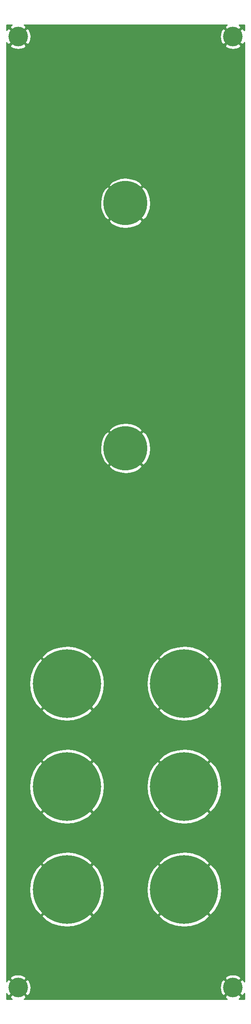
<source format=gbr>
G04 #@! TF.GenerationSoftware,KiCad,Pcbnew,5.1.5-52549c5~84~ubuntu18.04.1*
G04 #@! TF.CreationDate,2020-07-05T07:11:37-04:00*
G04 #@! TF.ProjectId,subosc_panel,7375626f-7363-45f7-9061-6e656c2e6b69,rev?*
G04 #@! TF.SameCoordinates,Original*
G04 #@! TF.FileFunction,Copper,L2,Bot*
G04 #@! TF.FilePolarity,Positive*
%FSLAX46Y46*%
G04 Gerber Fmt 4.6, Leading zero omitted, Abs format (unit mm)*
G04 Created by KiCad (PCBNEW 5.1.5-52549c5~84~ubuntu18.04.1) date 2020-07-05 07:11:37*
%MOMM*%
%LPD*%
G04 APERTURE LIST*
%ADD10C,14.000000*%
%ADD11C,9.000000*%
%ADD12C,4.000000*%
%ADD13C,0.254000*%
G04 APERTURE END LIST*
D10*
X152000000Y-190000000D03*
X128000000Y-190000000D03*
X128000000Y-169000000D03*
X152000000Y-169000000D03*
X152000000Y-148000000D03*
X128000000Y-148000000D03*
D11*
X140000000Y-100000000D03*
X140000000Y-50000000D03*
D12*
X118000000Y-210000000D03*
X162000000Y-210000000D03*
X162000000Y-16000000D03*
X118000000Y-16000000D03*
D13*
G36*
X116548228Y-13785742D02*
G01*
X116332106Y-14152501D01*
X118000000Y-15820395D01*
X119667894Y-14152501D01*
X119451772Y-13785742D01*
X119211512Y-13660000D01*
X160783476Y-13660000D01*
X160548228Y-13785742D01*
X160332106Y-14152501D01*
X162000000Y-15820395D01*
X163667894Y-14152501D01*
X163451772Y-13785742D01*
X163211512Y-13660000D01*
X164340000Y-13660000D01*
X164340000Y-14783476D01*
X164214258Y-14548228D01*
X163847499Y-14332106D01*
X162179605Y-16000000D01*
X163847499Y-17667894D01*
X164214258Y-17451772D01*
X164340000Y-17211512D01*
X164340001Y-208783478D01*
X164214258Y-208548228D01*
X163847499Y-208332106D01*
X162179605Y-210000000D01*
X163847499Y-211667894D01*
X164214258Y-211451772D01*
X164340001Y-211211510D01*
X164340001Y-212340000D01*
X163216524Y-212340000D01*
X163451772Y-212214258D01*
X163667894Y-211847499D01*
X162000000Y-210179605D01*
X160332106Y-211847499D01*
X160548228Y-212214258D01*
X160788488Y-212340000D01*
X119216524Y-212340000D01*
X119451772Y-212214258D01*
X119667894Y-211847499D01*
X118000000Y-210179605D01*
X116332106Y-211847499D01*
X116548228Y-212214258D01*
X116788488Y-212340000D01*
X115660000Y-212340000D01*
X115660000Y-211216524D01*
X115785742Y-211451772D01*
X116152501Y-211667894D01*
X117820395Y-210000000D01*
X118179605Y-210000000D01*
X119847499Y-211667894D01*
X120214258Y-211451772D01*
X120454938Y-210991895D01*
X120601275Y-210493902D01*
X120643509Y-210023071D01*
X159352352Y-210023071D01*
X159407727Y-210539159D01*
X159562721Y-211034526D01*
X159785742Y-211451772D01*
X160152501Y-211667894D01*
X161820395Y-210000000D01*
X160152501Y-208332106D01*
X159785742Y-208548228D01*
X159545062Y-209008105D01*
X159398725Y-209506098D01*
X159352352Y-210023071D01*
X120643509Y-210023071D01*
X120647648Y-209976929D01*
X120592273Y-209460841D01*
X120437279Y-208965474D01*
X120214258Y-208548228D01*
X119847499Y-208332106D01*
X118179605Y-210000000D01*
X117820395Y-210000000D01*
X116152501Y-208332106D01*
X115785742Y-208548228D01*
X115660000Y-208788488D01*
X115660000Y-208152501D01*
X116332106Y-208152501D01*
X118000000Y-209820395D01*
X119667894Y-208152501D01*
X160332106Y-208152501D01*
X162000000Y-209820395D01*
X163667894Y-208152501D01*
X163451772Y-207785742D01*
X162991895Y-207545062D01*
X162493902Y-207398725D01*
X161976929Y-207352352D01*
X161460841Y-207407727D01*
X160965474Y-207562721D01*
X160548228Y-207785742D01*
X160332106Y-208152501D01*
X119667894Y-208152501D01*
X119451772Y-207785742D01*
X118991895Y-207545062D01*
X118493902Y-207398725D01*
X117976929Y-207352352D01*
X117460841Y-207407727D01*
X116965474Y-207562721D01*
X116548228Y-207785742D01*
X116332106Y-208152501D01*
X115660000Y-208152501D01*
X115660000Y-195401674D01*
X122777932Y-195401674D01*
X123593908Y-196280530D01*
X124903840Y-197019437D01*
X126332756Y-197488591D01*
X127825743Y-197669963D01*
X129325428Y-197556583D01*
X130774176Y-197152807D01*
X132116314Y-196474153D01*
X132406092Y-196280530D01*
X133222068Y-195401674D01*
X146777932Y-195401674D01*
X147593908Y-196280530D01*
X148903840Y-197019437D01*
X150332756Y-197488591D01*
X151825743Y-197669963D01*
X153325428Y-197556583D01*
X154774176Y-197152807D01*
X156116314Y-196474153D01*
X156406092Y-196280530D01*
X157222068Y-195401674D01*
X152000000Y-190179605D01*
X146777932Y-195401674D01*
X133222068Y-195401674D01*
X128000000Y-190179605D01*
X122777932Y-195401674D01*
X115660000Y-195401674D01*
X115660000Y-189825743D01*
X120330037Y-189825743D01*
X120443417Y-191325428D01*
X120847193Y-192774176D01*
X121525847Y-194116314D01*
X121719470Y-194406092D01*
X122598326Y-195222068D01*
X127820395Y-190000000D01*
X128179605Y-190000000D01*
X133401674Y-195222068D01*
X134280530Y-194406092D01*
X135019437Y-193096160D01*
X135488591Y-191667244D01*
X135669963Y-190174257D01*
X135643615Y-189825743D01*
X144330037Y-189825743D01*
X144443417Y-191325428D01*
X144847193Y-192774176D01*
X145525847Y-194116314D01*
X145719470Y-194406092D01*
X146598326Y-195222068D01*
X151820395Y-190000000D01*
X152179605Y-190000000D01*
X157401674Y-195222068D01*
X158280530Y-194406092D01*
X159019437Y-193096160D01*
X159488591Y-191667244D01*
X159669963Y-190174257D01*
X159556583Y-188674572D01*
X159152807Y-187225824D01*
X158474153Y-185883686D01*
X158280530Y-185593908D01*
X157401674Y-184777932D01*
X152179605Y-190000000D01*
X151820395Y-190000000D01*
X146598326Y-184777932D01*
X145719470Y-185593908D01*
X144980563Y-186903840D01*
X144511409Y-188332756D01*
X144330037Y-189825743D01*
X135643615Y-189825743D01*
X135556583Y-188674572D01*
X135152807Y-187225824D01*
X134474153Y-185883686D01*
X134280530Y-185593908D01*
X133401674Y-184777932D01*
X128179605Y-190000000D01*
X127820395Y-190000000D01*
X122598326Y-184777932D01*
X121719470Y-185593908D01*
X120980563Y-186903840D01*
X120511409Y-188332756D01*
X120330037Y-189825743D01*
X115660000Y-189825743D01*
X115660000Y-184598326D01*
X122777932Y-184598326D01*
X128000000Y-189820395D01*
X133222068Y-184598326D01*
X146777932Y-184598326D01*
X152000000Y-189820395D01*
X157222068Y-184598326D01*
X156406092Y-183719470D01*
X155096160Y-182980563D01*
X153667244Y-182511409D01*
X152174257Y-182330037D01*
X150674572Y-182443417D01*
X149225824Y-182847193D01*
X147883686Y-183525847D01*
X147593908Y-183719470D01*
X146777932Y-184598326D01*
X133222068Y-184598326D01*
X132406092Y-183719470D01*
X131096160Y-182980563D01*
X129667244Y-182511409D01*
X128174257Y-182330037D01*
X126674572Y-182443417D01*
X125225824Y-182847193D01*
X123883686Y-183525847D01*
X123593908Y-183719470D01*
X122777932Y-184598326D01*
X115660000Y-184598326D01*
X115660000Y-174401674D01*
X122777932Y-174401674D01*
X123593908Y-175280530D01*
X124903840Y-176019437D01*
X126332756Y-176488591D01*
X127825743Y-176669963D01*
X129325428Y-176556583D01*
X130774176Y-176152807D01*
X132116314Y-175474153D01*
X132406092Y-175280530D01*
X133222068Y-174401674D01*
X146777932Y-174401674D01*
X147593908Y-175280530D01*
X148903840Y-176019437D01*
X150332756Y-176488591D01*
X151825743Y-176669963D01*
X153325428Y-176556583D01*
X154774176Y-176152807D01*
X156116314Y-175474153D01*
X156406092Y-175280530D01*
X157222068Y-174401674D01*
X152000000Y-169179605D01*
X146777932Y-174401674D01*
X133222068Y-174401674D01*
X128000000Y-169179605D01*
X122777932Y-174401674D01*
X115660000Y-174401674D01*
X115660000Y-168825743D01*
X120330037Y-168825743D01*
X120443417Y-170325428D01*
X120847193Y-171774176D01*
X121525847Y-173116314D01*
X121719470Y-173406092D01*
X122598326Y-174222068D01*
X127820395Y-169000000D01*
X128179605Y-169000000D01*
X133401674Y-174222068D01*
X134280530Y-173406092D01*
X135019437Y-172096160D01*
X135488591Y-170667244D01*
X135669963Y-169174257D01*
X135643615Y-168825743D01*
X144330037Y-168825743D01*
X144443417Y-170325428D01*
X144847193Y-171774176D01*
X145525847Y-173116314D01*
X145719470Y-173406092D01*
X146598326Y-174222068D01*
X151820395Y-169000000D01*
X152179605Y-169000000D01*
X157401674Y-174222068D01*
X158280530Y-173406092D01*
X159019437Y-172096160D01*
X159488591Y-170667244D01*
X159669963Y-169174257D01*
X159556583Y-167674572D01*
X159152807Y-166225824D01*
X158474153Y-164883686D01*
X158280530Y-164593908D01*
X157401674Y-163777932D01*
X152179605Y-169000000D01*
X151820395Y-169000000D01*
X146598326Y-163777932D01*
X145719470Y-164593908D01*
X144980563Y-165903840D01*
X144511409Y-167332756D01*
X144330037Y-168825743D01*
X135643615Y-168825743D01*
X135556583Y-167674572D01*
X135152807Y-166225824D01*
X134474153Y-164883686D01*
X134280530Y-164593908D01*
X133401674Y-163777932D01*
X128179605Y-169000000D01*
X127820395Y-169000000D01*
X122598326Y-163777932D01*
X121719470Y-164593908D01*
X120980563Y-165903840D01*
X120511409Y-167332756D01*
X120330037Y-168825743D01*
X115660000Y-168825743D01*
X115660000Y-163598326D01*
X122777932Y-163598326D01*
X128000000Y-168820395D01*
X133222068Y-163598326D01*
X146777932Y-163598326D01*
X152000000Y-168820395D01*
X157222068Y-163598326D01*
X156406092Y-162719470D01*
X155096160Y-161980563D01*
X153667244Y-161511409D01*
X152174257Y-161330037D01*
X150674572Y-161443417D01*
X149225824Y-161847193D01*
X147883686Y-162525847D01*
X147593908Y-162719470D01*
X146777932Y-163598326D01*
X133222068Y-163598326D01*
X132406092Y-162719470D01*
X131096160Y-161980563D01*
X129667244Y-161511409D01*
X128174257Y-161330037D01*
X126674572Y-161443417D01*
X125225824Y-161847193D01*
X123883686Y-162525847D01*
X123593908Y-162719470D01*
X122777932Y-163598326D01*
X115660000Y-163598326D01*
X115660000Y-153401674D01*
X122777932Y-153401674D01*
X123593908Y-154280530D01*
X124903840Y-155019437D01*
X126332756Y-155488591D01*
X127825743Y-155669963D01*
X129325428Y-155556583D01*
X130774176Y-155152807D01*
X132116314Y-154474153D01*
X132406092Y-154280530D01*
X133222068Y-153401674D01*
X146777932Y-153401674D01*
X147593908Y-154280530D01*
X148903840Y-155019437D01*
X150332756Y-155488591D01*
X151825743Y-155669963D01*
X153325428Y-155556583D01*
X154774176Y-155152807D01*
X156116314Y-154474153D01*
X156406092Y-154280530D01*
X157222068Y-153401674D01*
X152000000Y-148179605D01*
X146777932Y-153401674D01*
X133222068Y-153401674D01*
X128000000Y-148179605D01*
X122777932Y-153401674D01*
X115660000Y-153401674D01*
X115660000Y-147825743D01*
X120330037Y-147825743D01*
X120443417Y-149325428D01*
X120847193Y-150774176D01*
X121525847Y-152116314D01*
X121719470Y-152406092D01*
X122598326Y-153222068D01*
X127820395Y-148000000D01*
X128179605Y-148000000D01*
X133401674Y-153222068D01*
X134280530Y-152406092D01*
X135019437Y-151096160D01*
X135488591Y-149667244D01*
X135669963Y-148174257D01*
X135643615Y-147825743D01*
X144330037Y-147825743D01*
X144443417Y-149325428D01*
X144847193Y-150774176D01*
X145525847Y-152116314D01*
X145719470Y-152406092D01*
X146598326Y-153222068D01*
X151820395Y-148000000D01*
X152179605Y-148000000D01*
X157401674Y-153222068D01*
X158280530Y-152406092D01*
X159019437Y-151096160D01*
X159488591Y-149667244D01*
X159669963Y-148174257D01*
X159556583Y-146674572D01*
X159152807Y-145225824D01*
X158474153Y-143883686D01*
X158280530Y-143593908D01*
X157401674Y-142777932D01*
X152179605Y-148000000D01*
X151820395Y-148000000D01*
X146598326Y-142777932D01*
X145719470Y-143593908D01*
X144980563Y-144903840D01*
X144511409Y-146332756D01*
X144330037Y-147825743D01*
X135643615Y-147825743D01*
X135556583Y-146674572D01*
X135152807Y-145225824D01*
X134474153Y-143883686D01*
X134280530Y-143593908D01*
X133401674Y-142777932D01*
X128179605Y-148000000D01*
X127820395Y-148000000D01*
X122598326Y-142777932D01*
X121719470Y-143593908D01*
X120980563Y-144903840D01*
X120511409Y-146332756D01*
X120330037Y-147825743D01*
X115660000Y-147825743D01*
X115660000Y-142598326D01*
X122777932Y-142598326D01*
X128000000Y-147820395D01*
X133222068Y-142598326D01*
X146777932Y-142598326D01*
X152000000Y-147820395D01*
X157222068Y-142598326D01*
X156406092Y-141719470D01*
X155096160Y-140980563D01*
X153667244Y-140511409D01*
X152174257Y-140330037D01*
X150674572Y-140443417D01*
X149225824Y-140847193D01*
X147883686Y-141525847D01*
X147593908Y-141719470D01*
X146777932Y-142598326D01*
X133222068Y-142598326D01*
X132406092Y-141719470D01*
X131096160Y-140980563D01*
X129667244Y-140511409D01*
X128174257Y-140330037D01*
X126674572Y-140443417D01*
X125225824Y-140847193D01*
X123883686Y-141525847D01*
X123593908Y-141719470D01*
X122777932Y-142598326D01*
X115660000Y-142598326D01*
X115660000Y-103624971D01*
X136554634Y-103624971D01*
X137070783Y-104247788D01*
X137955768Y-104737630D01*
X138919314Y-105045407D01*
X139924389Y-105159293D01*
X140932370Y-105074910D01*
X141904520Y-104795501D01*
X142803481Y-104331803D01*
X142929217Y-104247788D01*
X143445366Y-103624971D01*
X140000000Y-100179605D01*
X136554634Y-103624971D01*
X115660000Y-103624971D01*
X115660000Y-99924389D01*
X134840707Y-99924389D01*
X134925090Y-100932370D01*
X135204499Y-101904520D01*
X135668197Y-102803481D01*
X135752212Y-102929217D01*
X136375029Y-103445366D01*
X139820395Y-100000000D01*
X140179605Y-100000000D01*
X143624971Y-103445366D01*
X144247788Y-102929217D01*
X144737630Y-102044232D01*
X145045407Y-101080686D01*
X145159293Y-100075611D01*
X145074910Y-99067630D01*
X144795501Y-98095480D01*
X144331803Y-97196519D01*
X144247788Y-97070783D01*
X143624971Y-96554634D01*
X140179605Y-100000000D01*
X139820395Y-100000000D01*
X136375029Y-96554634D01*
X135752212Y-97070783D01*
X135262370Y-97955768D01*
X134954593Y-98919314D01*
X134840707Y-99924389D01*
X115660000Y-99924389D01*
X115660000Y-96375029D01*
X136554634Y-96375029D01*
X140000000Y-99820395D01*
X143445366Y-96375029D01*
X142929217Y-95752212D01*
X142044232Y-95262370D01*
X141080686Y-94954593D01*
X140075611Y-94840707D01*
X139067630Y-94925090D01*
X138095480Y-95204499D01*
X137196519Y-95668197D01*
X137070783Y-95752212D01*
X136554634Y-96375029D01*
X115660000Y-96375029D01*
X115660000Y-53624971D01*
X136554634Y-53624971D01*
X137070783Y-54247788D01*
X137955768Y-54737630D01*
X138919314Y-55045407D01*
X139924389Y-55159293D01*
X140932370Y-55074910D01*
X141904520Y-54795501D01*
X142803481Y-54331803D01*
X142929217Y-54247788D01*
X143445366Y-53624971D01*
X140000000Y-50179605D01*
X136554634Y-53624971D01*
X115660000Y-53624971D01*
X115660000Y-49924389D01*
X134840707Y-49924389D01*
X134925090Y-50932370D01*
X135204499Y-51904520D01*
X135668197Y-52803481D01*
X135752212Y-52929217D01*
X136375029Y-53445366D01*
X139820395Y-50000000D01*
X140179605Y-50000000D01*
X143624971Y-53445366D01*
X144247788Y-52929217D01*
X144737630Y-52044232D01*
X145045407Y-51080686D01*
X145159293Y-50075611D01*
X145074910Y-49067630D01*
X144795501Y-48095480D01*
X144331803Y-47196519D01*
X144247788Y-47070783D01*
X143624971Y-46554634D01*
X140179605Y-50000000D01*
X139820395Y-50000000D01*
X136375029Y-46554634D01*
X135752212Y-47070783D01*
X135262370Y-47955768D01*
X134954593Y-48919314D01*
X134840707Y-49924389D01*
X115660000Y-49924389D01*
X115660000Y-46375029D01*
X136554634Y-46375029D01*
X140000000Y-49820395D01*
X143445366Y-46375029D01*
X142929217Y-45752212D01*
X142044232Y-45262370D01*
X141080686Y-44954593D01*
X140075611Y-44840707D01*
X139067630Y-44925090D01*
X138095480Y-45204499D01*
X137196519Y-45668197D01*
X137070783Y-45752212D01*
X136554634Y-46375029D01*
X115660000Y-46375029D01*
X115660000Y-17847499D01*
X116332106Y-17847499D01*
X116548228Y-18214258D01*
X117008105Y-18454938D01*
X117506098Y-18601275D01*
X118023071Y-18647648D01*
X118539159Y-18592273D01*
X119034526Y-18437279D01*
X119451772Y-18214258D01*
X119667894Y-17847499D01*
X160332106Y-17847499D01*
X160548228Y-18214258D01*
X161008105Y-18454938D01*
X161506098Y-18601275D01*
X162023071Y-18647648D01*
X162539159Y-18592273D01*
X163034526Y-18437279D01*
X163451772Y-18214258D01*
X163667894Y-17847499D01*
X162000000Y-16179605D01*
X160332106Y-17847499D01*
X119667894Y-17847499D01*
X118000000Y-16179605D01*
X116332106Y-17847499D01*
X115660000Y-17847499D01*
X115660000Y-17216524D01*
X115785742Y-17451772D01*
X116152501Y-17667894D01*
X117820395Y-16000000D01*
X118179605Y-16000000D01*
X119847499Y-17667894D01*
X120214258Y-17451772D01*
X120454938Y-16991895D01*
X120601275Y-16493902D01*
X120643509Y-16023071D01*
X159352352Y-16023071D01*
X159407727Y-16539159D01*
X159562721Y-17034526D01*
X159785742Y-17451772D01*
X160152501Y-17667894D01*
X161820395Y-16000000D01*
X160152501Y-14332106D01*
X159785742Y-14548228D01*
X159545062Y-15008105D01*
X159398725Y-15506098D01*
X159352352Y-16023071D01*
X120643509Y-16023071D01*
X120647648Y-15976929D01*
X120592273Y-15460841D01*
X120437279Y-14965474D01*
X120214258Y-14548228D01*
X119847499Y-14332106D01*
X118179605Y-16000000D01*
X117820395Y-16000000D01*
X116152501Y-14332106D01*
X115785742Y-14548228D01*
X115660000Y-14788488D01*
X115660000Y-13660000D01*
X116783476Y-13660000D01*
X116548228Y-13785742D01*
G37*
X116548228Y-13785742D02*
X116332106Y-14152501D01*
X118000000Y-15820395D01*
X119667894Y-14152501D01*
X119451772Y-13785742D01*
X119211512Y-13660000D01*
X160783476Y-13660000D01*
X160548228Y-13785742D01*
X160332106Y-14152501D01*
X162000000Y-15820395D01*
X163667894Y-14152501D01*
X163451772Y-13785742D01*
X163211512Y-13660000D01*
X164340000Y-13660000D01*
X164340000Y-14783476D01*
X164214258Y-14548228D01*
X163847499Y-14332106D01*
X162179605Y-16000000D01*
X163847499Y-17667894D01*
X164214258Y-17451772D01*
X164340000Y-17211512D01*
X164340001Y-208783478D01*
X164214258Y-208548228D01*
X163847499Y-208332106D01*
X162179605Y-210000000D01*
X163847499Y-211667894D01*
X164214258Y-211451772D01*
X164340001Y-211211510D01*
X164340001Y-212340000D01*
X163216524Y-212340000D01*
X163451772Y-212214258D01*
X163667894Y-211847499D01*
X162000000Y-210179605D01*
X160332106Y-211847499D01*
X160548228Y-212214258D01*
X160788488Y-212340000D01*
X119216524Y-212340000D01*
X119451772Y-212214258D01*
X119667894Y-211847499D01*
X118000000Y-210179605D01*
X116332106Y-211847499D01*
X116548228Y-212214258D01*
X116788488Y-212340000D01*
X115660000Y-212340000D01*
X115660000Y-211216524D01*
X115785742Y-211451772D01*
X116152501Y-211667894D01*
X117820395Y-210000000D01*
X118179605Y-210000000D01*
X119847499Y-211667894D01*
X120214258Y-211451772D01*
X120454938Y-210991895D01*
X120601275Y-210493902D01*
X120643509Y-210023071D01*
X159352352Y-210023071D01*
X159407727Y-210539159D01*
X159562721Y-211034526D01*
X159785742Y-211451772D01*
X160152501Y-211667894D01*
X161820395Y-210000000D01*
X160152501Y-208332106D01*
X159785742Y-208548228D01*
X159545062Y-209008105D01*
X159398725Y-209506098D01*
X159352352Y-210023071D01*
X120643509Y-210023071D01*
X120647648Y-209976929D01*
X120592273Y-209460841D01*
X120437279Y-208965474D01*
X120214258Y-208548228D01*
X119847499Y-208332106D01*
X118179605Y-210000000D01*
X117820395Y-210000000D01*
X116152501Y-208332106D01*
X115785742Y-208548228D01*
X115660000Y-208788488D01*
X115660000Y-208152501D01*
X116332106Y-208152501D01*
X118000000Y-209820395D01*
X119667894Y-208152501D01*
X160332106Y-208152501D01*
X162000000Y-209820395D01*
X163667894Y-208152501D01*
X163451772Y-207785742D01*
X162991895Y-207545062D01*
X162493902Y-207398725D01*
X161976929Y-207352352D01*
X161460841Y-207407727D01*
X160965474Y-207562721D01*
X160548228Y-207785742D01*
X160332106Y-208152501D01*
X119667894Y-208152501D01*
X119451772Y-207785742D01*
X118991895Y-207545062D01*
X118493902Y-207398725D01*
X117976929Y-207352352D01*
X117460841Y-207407727D01*
X116965474Y-207562721D01*
X116548228Y-207785742D01*
X116332106Y-208152501D01*
X115660000Y-208152501D01*
X115660000Y-195401674D01*
X122777932Y-195401674D01*
X123593908Y-196280530D01*
X124903840Y-197019437D01*
X126332756Y-197488591D01*
X127825743Y-197669963D01*
X129325428Y-197556583D01*
X130774176Y-197152807D01*
X132116314Y-196474153D01*
X132406092Y-196280530D01*
X133222068Y-195401674D01*
X146777932Y-195401674D01*
X147593908Y-196280530D01*
X148903840Y-197019437D01*
X150332756Y-197488591D01*
X151825743Y-197669963D01*
X153325428Y-197556583D01*
X154774176Y-197152807D01*
X156116314Y-196474153D01*
X156406092Y-196280530D01*
X157222068Y-195401674D01*
X152000000Y-190179605D01*
X146777932Y-195401674D01*
X133222068Y-195401674D01*
X128000000Y-190179605D01*
X122777932Y-195401674D01*
X115660000Y-195401674D01*
X115660000Y-189825743D01*
X120330037Y-189825743D01*
X120443417Y-191325428D01*
X120847193Y-192774176D01*
X121525847Y-194116314D01*
X121719470Y-194406092D01*
X122598326Y-195222068D01*
X127820395Y-190000000D01*
X128179605Y-190000000D01*
X133401674Y-195222068D01*
X134280530Y-194406092D01*
X135019437Y-193096160D01*
X135488591Y-191667244D01*
X135669963Y-190174257D01*
X135643615Y-189825743D01*
X144330037Y-189825743D01*
X144443417Y-191325428D01*
X144847193Y-192774176D01*
X145525847Y-194116314D01*
X145719470Y-194406092D01*
X146598326Y-195222068D01*
X151820395Y-190000000D01*
X152179605Y-190000000D01*
X157401674Y-195222068D01*
X158280530Y-194406092D01*
X159019437Y-193096160D01*
X159488591Y-191667244D01*
X159669963Y-190174257D01*
X159556583Y-188674572D01*
X159152807Y-187225824D01*
X158474153Y-185883686D01*
X158280530Y-185593908D01*
X157401674Y-184777932D01*
X152179605Y-190000000D01*
X151820395Y-190000000D01*
X146598326Y-184777932D01*
X145719470Y-185593908D01*
X144980563Y-186903840D01*
X144511409Y-188332756D01*
X144330037Y-189825743D01*
X135643615Y-189825743D01*
X135556583Y-188674572D01*
X135152807Y-187225824D01*
X134474153Y-185883686D01*
X134280530Y-185593908D01*
X133401674Y-184777932D01*
X128179605Y-190000000D01*
X127820395Y-190000000D01*
X122598326Y-184777932D01*
X121719470Y-185593908D01*
X120980563Y-186903840D01*
X120511409Y-188332756D01*
X120330037Y-189825743D01*
X115660000Y-189825743D01*
X115660000Y-184598326D01*
X122777932Y-184598326D01*
X128000000Y-189820395D01*
X133222068Y-184598326D01*
X146777932Y-184598326D01*
X152000000Y-189820395D01*
X157222068Y-184598326D01*
X156406092Y-183719470D01*
X155096160Y-182980563D01*
X153667244Y-182511409D01*
X152174257Y-182330037D01*
X150674572Y-182443417D01*
X149225824Y-182847193D01*
X147883686Y-183525847D01*
X147593908Y-183719470D01*
X146777932Y-184598326D01*
X133222068Y-184598326D01*
X132406092Y-183719470D01*
X131096160Y-182980563D01*
X129667244Y-182511409D01*
X128174257Y-182330037D01*
X126674572Y-182443417D01*
X125225824Y-182847193D01*
X123883686Y-183525847D01*
X123593908Y-183719470D01*
X122777932Y-184598326D01*
X115660000Y-184598326D01*
X115660000Y-174401674D01*
X122777932Y-174401674D01*
X123593908Y-175280530D01*
X124903840Y-176019437D01*
X126332756Y-176488591D01*
X127825743Y-176669963D01*
X129325428Y-176556583D01*
X130774176Y-176152807D01*
X132116314Y-175474153D01*
X132406092Y-175280530D01*
X133222068Y-174401674D01*
X146777932Y-174401674D01*
X147593908Y-175280530D01*
X148903840Y-176019437D01*
X150332756Y-176488591D01*
X151825743Y-176669963D01*
X153325428Y-176556583D01*
X154774176Y-176152807D01*
X156116314Y-175474153D01*
X156406092Y-175280530D01*
X157222068Y-174401674D01*
X152000000Y-169179605D01*
X146777932Y-174401674D01*
X133222068Y-174401674D01*
X128000000Y-169179605D01*
X122777932Y-174401674D01*
X115660000Y-174401674D01*
X115660000Y-168825743D01*
X120330037Y-168825743D01*
X120443417Y-170325428D01*
X120847193Y-171774176D01*
X121525847Y-173116314D01*
X121719470Y-173406092D01*
X122598326Y-174222068D01*
X127820395Y-169000000D01*
X128179605Y-169000000D01*
X133401674Y-174222068D01*
X134280530Y-173406092D01*
X135019437Y-172096160D01*
X135488591Y-170667244D01*
X135669963Y-169174257D01*
X135643615Y-168825743D01*
X144330037Y-168825743D01*
X144443417Y-170325428D01*
X144847193Y-171774176D01*
X145525847Y-173116314D01*
X145719470Y-173406092D01*
X146598326Y-174222068D01*
X151820395Y-169000000D01*
X152179605Y-169000000D01*
X157401674Y-174222068D01*
X158280530Y-173406092D01*
X159019437Y-172096160D01*
X159488591Y-170667244D01*
X159669963Y-169174257D01*
X159556583Y-167674572D01*
X159152807Y-166225824D01*
X158474153Y-164883686D01*
X158280530Y-164593908D01*
X157401674Y-163777932D01*
X152179605Y-169000000D01*
X151820395Y-169000000D01*
X146598326Y-163777932D01*
X145719470Y-164593908D01*
X144980563Y-165903840D01*
X144511409Y-167332756D01*
X144330037Y-168825743D01*
X135643615Y-168825743D01*
X135556583Y-167674572D01*
X135152807Y-166225824D01*
X134474153Y-164883686D01*
X134280530Y-164593908D01*
X133401674Y-163777932D01*
X128179605Y-169000000D01*
X127820395Y-169000000D01*
X122598326Y-163777932D01*
X121719470Y-164593908D01*
X120980563Y-165903840D01*
X120511409Y-167332756D01*
X120330037Y-168825743D01*
X115660000Y-168825743D01*
X115660000Y-163598326D01*
X122777932Y-163598326D01*
X128000000Y-168820395D01*
X133222068Y-163598326D01*
X146777932Y-163598326D01*
X152000000Y-168820395D01*
X157222068Y-163598326D01*
X156406092Y-162719470D01*
X155096160Y-161980563D01*
X153667244Y-161511409D01*
X152174257Y-161330037D01*
X150674572Y-161443417D01*
X149225824Y-161847193D01*
X147883686Y-162525847D01*
X147593908Y-162719470D01*
X146777932Y-163598326D01*
X133222068Y-163598326D01*
X132406092Y-162719470D01*
X131096160Y-161980563D01*
X129667244Y-161511409D01*
X128174257Y-161330037D01*
X126674572Y-161443417D01*
X125225824Y-161847193D01*
X123883686Y-162525847D01*
X123593908Y-162719470D01*
X122777932Y-163598326D01*
X115660000Y-163598326D01*
X115660000Y-153401674D01*
X122777932Y-153401674D01*
X123593908Y-154280530D01*
X124903840Y-155019437D01*
X126332756Y-155488591D01*
X127825743Y-155669963D01*
X129325428Y-155556583D01*
X130774176Y-155152807D01*
X132116314Y-154474153D01*
X132406092Y-154280530D01*
X133222068Y-153401674D01*
X146777932Y-153401674D01*
X147593908Y-154280530D01*
X148903840Y-155019437D01*
X150332756Y-155488591D01*
X151825743Y-155669963D01*
X153325428Y-155556583D01*
X154774176Y-155152807D01*
X156116314Y-154474153D01*
X156406092Y-154280530D01*
X157222068Y-153401674D01*
X152000000Y-148179605D01*
X146777932Y-153401674D01*
X133222068Y-153401674D01*
X128000000Y-148179605D01*
X122777932Y-153401674D01*
X115660000Y-153401674D01*
X115660000Y-147825743D01*
X120330037Y-147825743D01*
X120443417Y-149325428D01*
X120847193Y-150774176D01*
X121525847Y-152116314D01*
X121719470Y-152406092D01*
X122598326Y-153222068D01*
X127820395Y-148000000D01*
X128179605Y-148000000D01*
X133401674Y-153222068D01*
X134280530Y-152406092D01*
X135019437Y-151096160D01*
X135488591Y-149667244D01*
X135669963Y-148174257D01*
X135643615Y-147825743D01*
X144330037Y-147825743D01*
X144443417Y-149325428D01*
X144847193Y-150774176D01*
X145525847Y-152116314D01*
X145719470Y-152406092D01*
X146598326Y-153222068D01*
X151820395Y-148000000D01*
X152179605Y-148000000D01*
X157401674Y-153222068D01*
X158280530Y-152406092D01*
X159019437Y-151096160D01*
X159488591Y-149667244D01*
X159669963Y-148174257D01*
X159556583Y-146674572D01*
X159152807Y-145225824D01*
X158474153Y-143883686D01*
X158280530Y-143593908D01*
X157401674Y-142777932D01*
X152179605Y-148000000D01*
X151820395Y-148000000D01*
X146598326Y-142777932D01*
X145719470Y-143593908D01*
X144980563Y-144903840D01*
X144511409Y-146332756D01*
X144330037Y-147825743D01*
X135643615Y-147825743D01*
X135556583Y-146674572D01*
X135152807Y-145225824D01*
X134474153Y-143883686D01*
X134280530Y-143593908D01*
X133401674Y-142777932D01*
X128179605Y-148000000D01*
X127820395Y-148000000D01*
X122598326Y-142777932D01*
X121719470Y-143593908D01*
X120980563Y-144903840D01*
X120511409Y-146332756D01*
X120330037Y-147825743D01*
X115660000Y-147825743D01*
X115660000Y-142598326D01*
X122777932Y-142598326D01*
X128000000Y-147820395D01*
X133222068Y-142598326D01*
X146777932Y-142598326D01*
X152000000Y-147820395D01*
X157222068Y-142598326D01*
X156406092Y-141719470D01*
X155096160Y-140980563D01*
X153667244Y-140511409D01*
X152174257Y-140330037D01*
X150674572Y-140443417D01*
X149225824Y-140847193D01*
X147883686Y-141525847D01*
X147593908Y-141719470D01*
X146777932Y-142598326D01*
X133222068Y-142598326D01*
X132406092Y-141719470D01*
X131096160Y-140980563D01*
X129667244Y-140511409D01*
X128174257Y-140330037D01*
X126674572Y-140443417D01*
X125225824Y-140847193D01*
X123883686Y-141525847D01*
X123593908Y-141719470D01*
X122777932Y-142598326D01*
X115660000Y-142598326D01*
X115660000Y-103624971D01*
X136554634Y-103624971D01*
X137070783Y-104247788D01*
X137955768Y-104737630D01*
X138919314Y-105045407D01*
X139924389Y-105159293D01*
X140932370Y-105074910D01*
X141904520Y-104795501D01*
X142803481Y-104331803D01*
X142929217Y-104247788D01*
X143445366Y-103624971D01*
X140000000Y-100179605D01*
X136554634Y-103624971D01*
X115660000Y-103624971D01*
X115660000Y-99924389D01*
X134840707Y-99924389D01*
X134925090Y-100932370D01*
X135204499Y-101904520D01*
X135668197Y-102803481D01*
X135752212Y-102929217D01*
X136375029Y-103445366D01*
X139820395Y-100000000D01*
X140179605Y-100000000D01*
X143624971Y-103445366D01*
X144247788Y-102929217D01*
X144737630Y-102044232D01*
X145045407Y-101080686D01*
X145159293Y-100075611D01*
X145074910Y-99067630D01*
X144795501Y-98095480D01*
X144331803Y-97196519D01*
X144247788Y-97070783D01*
X143624971Y-96554634D01*
X140179605Y-100000000D01*
X139820395Y-100000000D01*
X136375029Y-96554634D01*
X135752212Y-97070783D01*
X135262370Y-97955768D01*
X134954593Y-98919314D01*
X134840707Y-99924389D01*
X115660000Y-99924389D01*
X115660000Y-96375029D01*
X136554634Y-96375029D01*
X140000000Y-99820395D01*
X143445366Y-96375029D01*
X142929217Y-95752212D01*
X142044232Y-95262370D01*
X141080686Y-94954593D01*
X140075611Y-94840707D01*
X139067630Y-94925090D01*
X138095480Y-95204499D01*
X137196519Y-95668197D01*
X137070783Y-95752212D01*
X136554634Y-96375029D01*
X115660000Y-96375029D01*
X115660000Y-53624971D01*
X136554634Y-53624971D01*
X137070783Y-54247788D01*
X137955768Y-54737630D01*
X138919314Y-55045407D01*
X139924389Y-55159293D01*
X140932370Y-55074910D01*
X141904520Y-54795501D01*
X142803481Y-54331803D01*
X142929217Y-54247788D01*
X143445366Y-53624971D01*
X140000000Y-50179605D01*
X136554634Y-53624971D01*
X115660000Y-53624971D01*
X115660000Y-49924389D01*
X134840707Y-49924389D01*
X134925090Y-50932370D01*
X135204499Y-51904520D01*
X135668197Y-52803481D01*
X135752212Y-52929217D01*
X136375029Y-53445366D01*
X139820395Y-50000000D01*
X140179605Y-50000000D01*
X143624971Y-53445366D01*
X144247788Y-52929217D01*
X144737630Y-52044232D01*
X145045407Y-51080686D01*
X145159293Y-50075611D01*
X145074910Y-49067630D01*
X144795501Y-48095480D01*
X144331803Y-47196519D01*
X144247788Y-47070783D01*
X143624971Y-46554634D01*
X140179605Y-50000000D01*
X139820395Y-50000000D01*
X136375029Y-46554634D01*
X135752212Y-47070783D01*
X135262370Y-47955768D01*
X134954593Y-48919314D01*
X134840707Y-49924389D01*
X115660000Y-49924389D01*
X115660000Y-46375029D01*
X136554634Y-46375029D01*
X140000000Y-49820395D01*
X143445366Y-46375029D01*
X142929217Y-45752212D01*
X142044232Y-45262370D01*
X141080686Y-44954593D01*
X140075611Y-44840707D01*
X139067630Y-44925090D01*
X138095480Y-45204499D01*
X137196519Y-45668197D01*
X137070783Y-45752212D01*
X136554634Y-46375029D01*
X115660000Y-46375029D01*
X115660000Y-17847499D01*
X116332106Y-17847499D01*
X116548228Y-18214258D01*
X117008105Y-18454938D01*
X117506098Y-18601275D01*
X118023071Y-18647648D01*
X118539159Y-18592273D01*
X119034526Y-18437279D01*
X119451772Y-18214258D01*
X119667894Y-17847499D01*
X160332106Y-17847499D01*
X160548228Y-18214258D01*
X161008105Y-18454938D01*
X161506098Y-18601275D01*
X162023071Y-18647648D01*
X162539159Y-18592273D01*
X163034526Y-18437279D01*
X163451772Y-18214258D01*
X163667894Y-17847499D01*
X162000000Y-16179605D01*
X160332106Y-17847499D01*
X119667894Y-17847499D01*
X118000000Y-16179605D01*
X116332106Y-17847499D01*
X115660000Y-17847499D01*
X115660000Y-17216524D01*
X115785742Y-17451772D01*
X116152501Y-17667894D01*
X117820395Y-16000000D01*
X118179605Y-16000000D01*
X119847499Y-17667894D01*
X120214258Y-17451772D01*
X120454938Y-16991895D01*
X120601275Y-16493902D01*
X120643509Y-16023071D01*
X159352352Y-16023071D01*
X159407727Y-16539159D01*
X159562721Y-17034526D01*
X159785742Y-17451772D01*
X160152501Y-17667894D01*
X161820395Y-16000000D01*
X160152501Y-14332106D01*
X159785742Y-14548228D01*
X159545062Y-15008105D01*
X159398725Y-15506098D01*
X159352352Y-16023071D01*
X120643509Y-16023071D01*
X120647648Y-15976929D01*
X120592273Y-15460841D01*
X120437279Y-14965474D01*
X120214258Y-14548228D01*
X119847499Y-14332106D01*
X118179605Y-16000000D01*
X117820395Y-16000000D01*
X116152501Y-14332106D01*
X115785742Y-14548228D01*
X115660000Y-14788488D01*
X115660000Y-13660000D01*
X116783476Y-13660000D01*
X116548228Y-13785742D01*
M02*

</source>
